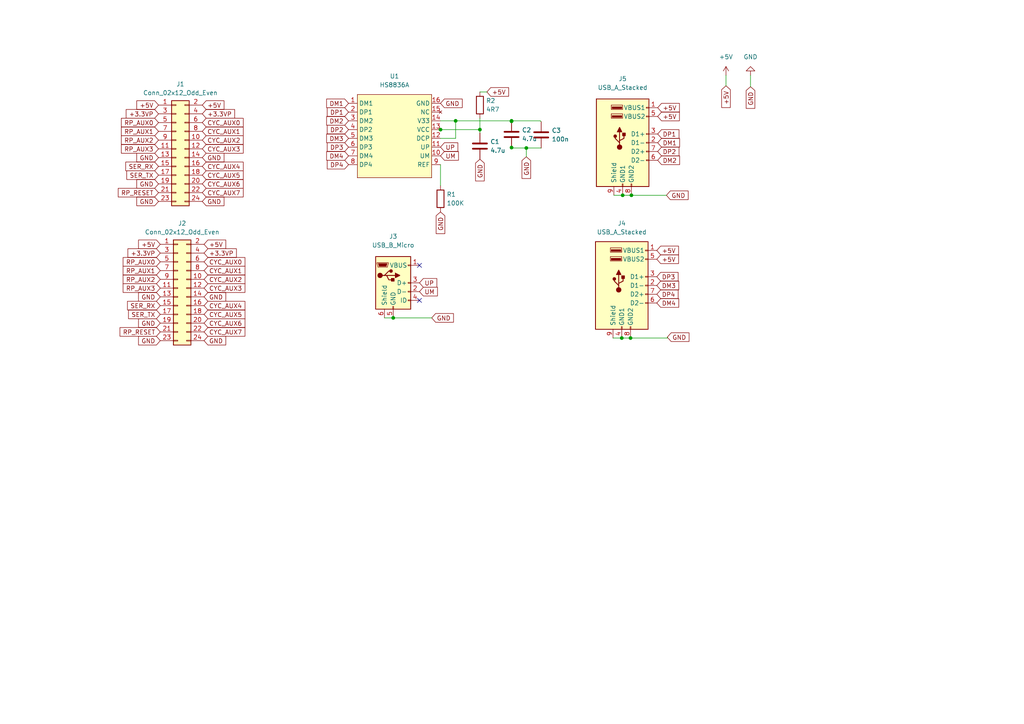
<source format=kicad_sch>
(kicad_sch (version 20211123) (generator eeschema)
  (paper "A4")
  (lib_symbols
    (symbol "Connector:USB_A_Stacked" (pin_names (offset 1.016))
      (property "Reference" "J" (at 0 15.875 0))
      (property "Value" "USB_A_Stacked" (at 0 13.97 0))
      (symbol "USB_A_Stacked_0_1"
        (rectangle (start -7.62 12.7) (end 7.62 -12.7) (stroke (width 0.254)) (fill (type background)))
        (circle (center -2.159 1.905) (radius 0.381) (stroke (width 0.254)) (fill (type outline)))
        (circle (center -0.889 -1.27) (radius 0.635) (stroke (width 0.254)) (fill (type outline)))
        (rectangle (start -0.254 7.366) (end -3.048 7.874) (fill (type outline)))
        (rectangle (start -0.254 9.906) (end -3.048 10.414) (fill (type outline)))
        (rectangle (start -0.127 -12.7) (end 0.127 -11.938))
        (polyline (pts (xy -1.524 3.175) (xy -0.254 3.175) (xy -0.889 4.445) (xy -1.524 3.175)) (stroke (width 0.254)) (fill (type outline)))
        (polyline (pts (xy -0.889 -0.635) (xy -0.889 0) (xy -2.159 1.27) (xy -2.159 1.905)) (stroke (width 0.254)))
        (polyline (pts (xy -0.889 0) (xy -0.889 0.635) (xy 0.381 1.27) (xy 0.381 2.54)) (stroke (width 0.254)))
        (rectangle (start 0 2.794) (end 0.762 2.032) (stroke (width 0.254)) (fill (type outline)))
        (rectangle (start 0 7.112) (end -3.302 8.382))
        (rectangle (start 0 9.652) (end -3.302 10.922))
        (rectangle (start 2.413 -12.7) (end 2.667 -11.938))
        (rectangle (start 7.62 -5.207) (end 6.858 -4.953))
        (rectangle (start 7.62 -2.667) (end 6.858 -2.413))
        (rectangle (start 7.62 -0.127) (end 6.858 0.127))
        (rectangle (start 7.62 2.413) (end 6.858 2.667))
        (rectangle (start 7.62 7.493) (end 6.858 7.747))
        (rectangle (start 7.62 10.033) (end 6.858 10.287))
      )
      (symbol "USB_A_Stacked_1_1"
        (polyline (pts (xy -0.889 0.635) (xy -0.889 3.175)) (stroke (width 0.254)))
        (pin power_in line (at 10.16 10.16 180) (length 2.54) (name "VBUS1") (number "1"))
        (pin bidirectional line (at 10.16 0 180) (length 2.54) (name "D1-") (number "2"))
        (pin bidirectional line (at 10.16 2.54 180) (length 2.54) (name "D1+") (number "3"))
        (pin power_in line (at 0 -15.24 90) (length 2.54) (name "GND1") (number "4"))
        (pin power_in line (at 10.16 7.62 180) (length 2.54) (name "VBUS2") (number "5"))
        (pin bidirectional line (at 10.16 -5.08 180) (length 2.54) (name "D2-") (number "6"))
        (pin bidirectional line (at 10.16 -2.54 180) (length 2.54) (name "D2+") (number "7"))
        (pin power_in line (at 2.54 -15.24 90) (length 2.54) (name "GND2") (number "8"))
        (pin passive line (at -2.54 -15.24 90) (length 2.54) (name "Shield") (number "9"))
      )
    )
    (symbol "Connector:USB_B_Micro" (pin_names (offset 1.016))
      (property "Reference" "J" (at -5.08 11.43 0))
      (property "Value" "USB_B_Micro" (at -5.08 8.89 0))
      (symbol "USB_B_Micro_0_1"
        (rectangle (start -5.08 -7.62) (end 5.08 7.62) (stroke (width 0.254)) (fill (type background)))
        (circle (center -3.81 2.159) (radius 0.635) (stroke (width 0.254)) (fill (type outline)))
        (circle (center -0.635 3.429) (radius 0.381) (stroke (width 0.254)) (fill (type outline)))
        (rectangle (start -0.127 -7.62) (end 0.127 -6.858))
        (polyline (pts (xy -1.905 2.159) (xy 0.635 2.159)) (stroke (width 0.254)))
        (polyline (pts (xy -3.175 2.159) (xy -2.54 2.159) (xy -1.27 3.429) (xy -0.635 3.429)) (stroke (width 0.254)))
        (polyline (pts (xy -2.54 2.159) (xy -1.905 2.159) (xy -1.27 0.889) (xy 0 0.889)) (stroke (width 0.254)))
        (polyline (pts (xy 0.635 2.794) (xy 0.635 1.524) (xy 1.905 2.159) (xy 0.635 2.794)) (stroke (width 0.254)) (fill (type outline)))
        (polyline (pts (xy -4.318 5.588) (xy -1.778 5.588) (xy -2.032 4.826) (xy -4.064 4.826) (xy -4.318 5.588)) (fill (type outline)))
        (polyline (pts (xy -4.699 5.842) (xy -4.699 5.588) (xy -4.445 4.826) (xy -4.445 4.572) (xy -1.651 4.572) (xy -1.651 4.826) (xy -1.397 5.588) (xy -1.397 5.842) (xy -4.699 5.842)))
        (rectangle (start 0.254 1.27) (end -0.508 0.508) (stroke (width 0.254)) (fill (type outline)))
        (rectangle (start 5.08 -5.207) (end 4.318 -4.953))
        (rectangle (start 5.08 -2.667) (end 4.318 -2.413))
        (rectangle (start 5.08 -0.127) (end 4.318 0.127))
        (rectangle (start 5.08 4.953) (end 4.318 5.207))
      )
      (symbol "USB_B_Micro_1_1"
        (pin power_out line (at 7.62 5.08 180) (length 2.54) (name "VBUS") (number "1"))
        (pin bidirectional line (at 7.62 -2.54 180) (length 2.54) (name "D-") (number "2"))
        (pin bidirectional line (at 7.62 0 180) (length 2.54) (name "D+") (number "3"))
        (pin passive line (at 7.62 -5.08 180) (length 2.54) (name "ID") (number "4"))
        (pin power_out line (at 0 -10.16 90) (length 2.54) (name "GND") (number "5"))
        (pin passive line (at -2.54 -10.16 90) (length 2.54) (name "Shield") (number "6"))
      )
    )
    (symbol "Connector_Generic:Conn_02x12_Odd_Even" (pin_names (offset 1.016) hide)
      (property "Reference" "J" (at 1.27 15.24 0))
      (property "Value" "Conn_02x12_Odd_Even" (at 1.27 -17.78 0))
      (symbol "Conn_02x12_Odd_Even_1_1"
        (rectangle (start -1.27 -15.113) (end 0 -15.367) (stroke (width 0.1524)))
        (rectangle (start -1.27 -12.573) (end 0 -12.827) (stroke (width 0.1524)))
        (rectangle (start -1.27 -10.033) (end 0 -10.287) (stroke (width 0.1524)))
        (rectangle (start -1.27 -7.493) (end 0 -7.747) (stroke (width 0.1524)))
        (rectangle (start -1.27 -4.953) (end 0 -5.207) (stroke (width 0.1524)))
        (rectangle (start -1.27 -2.413) (end 0 -2.667) (stroke (width 0.1524)))
        (rectangle (start -1.27 0.127) (end 0 -0.127) (stroke (width 0.1524)))
        (rectangle (start -1.27 2.667) (end 0 2.413) (stroke (width 0.1524)))
        (rectangle (start -1.27 5.207) (end 0 4.953) (stroke (width 0.1524)))
        (rectangle (start -1.27 7.747) (end 0 7.493) (stroke (width 0.1524)))
        (rectangle (start -1.27 10.287) (end 0 10.033) (stroke (width 0.1524)))
        (rectangle (start -1.27 12.827) (end 0 12.573) (stroke (width 0.1524)))
        (rectangle (start -1.27 13.97) (end 3.81 -16.51) (stroke (width 0.254)) (fill (type background)))
        (rectangle (start 3.81 -15.113) (end 2.54 -15.367) (stroke (width 0.1524)))
        (rectangle (start 3.81 -12.573) (end 2.54 -12.827) (stroke (width 0.1524)))
        (rectangle (start 3.81 -10.033) (end 2.54 -10.287) (stroke (width 0.1524)))
        (rectangle (start 3.81 -7.493) (end 2.54 -7.747) (stroke (width 0.1524)))
        (rectangle (start 3.81 -4.953) (end 2.54 -5.207) (stroke (width 0.1524)))
        (rectangle (start 3.81 -2.413) (end 2.54 -2.667) (stroke (width 0.1524)))
        (rectangle (start 3.81 0.127) (end 2.54 -0.127) (stroke (width 0.1524)))
        (rectangle (start 3.81 2.667) (end 2.54 2.413) (stroke (width 0.1524)))
        (rectangle (start 3.81 5.207) (end 2.54 4.953) (stroke (width 0.1524)))
        (rectangle (start 3.81 7.747) (end 2.54 7.493) (stroke (width 0.1524)))
        (rectangle (start 3.81 10.287) (end 2.54 10.033) (stroke (width 0.1524)))
        (rectangle (start 3.81 12.827) (end 2.54 12.573) (stroke (width 0.1524)))
        (pin passive line (at -5.08 12.7 0) (length 3.81) (name "Pin_1") (number "1"))
        (pin passive line (at 7.62 2.54 180) (length 3.81) (name "Pin_10") (number "10"))
        (pin passive line (at -5.08 0 0) (length 3.81) (name "Pin_11") (number "11"))
        (pin passive line (at 7.62 0 180) (length 3.81) (name "Pin_12") (number "12"))
        (pin passive line (at -5.08 -2.54 0) (length 3.81) (name "Pin_13") (number "13"))
        (pin passive line (at 7.62 -2.54 180) (length 3.81) (name "Pin_14") (number "14"))
        (pin passive line (at -5.08 -5.08 0) (length 3.81) (name "Pin_15") (number "15"))
        (pin passive line (at 7.62 -5.08 180) (length 3.81) (name "Pin_16") (number "16"))
        (pin passive line (at -5.08 -7.62 0) (length 3.81) (name "Pin_17") (number "17"))
        (pin passive line (at 7.62 -7.62 180) (length 3.81) (name "Pin_18") (number "18"))
        (pin passive line (at -5.08 -10.16 0) (length 3.81) (name "Pin_19") (number "19"))
        (pin passive line (at 7.62 12.7 180) (length 3.81) (name "Pin_2") (number "2"))
        (pin passive line (at 7.62 -10.16 180) (length 3.81) (name "Pin_20") (number "20"))
        (pin passive line (at -5.08 -12.7 0) (length 3.81) (name "Pin_21") (number "21"))
        (pin passive line (at 7.62 -12.7 180) (length 3.81) (name "Pin_22") (number "22"))
        (pin passive line (at -5.08 -15.24 0) (length 3.81) (name "Pin_23") (number "23"))
        (pin passive line (at 7.62 -15.24 180) (length 3.81) (name "Pin_24") (number "24"))
        (pin passive line (at -5.08 10.16 0) (length 3.81) (name "Pin_3") (number "3"))
        (pin passive line (at 7.62 10.16 180) (length 3.81) (name "Pin_4") (number "4"))
        (pin passive line (at -5.08 7.62 0) (length 3.81) (name "Pin_5") (number "5"))
        (pin passive line (at 7.62 7.62 180) (length 3.81) (name "Pin_6") (number "6"))
        (pin passive line (at -5.08 5.08 0) (length 3.81) (name "Pin_7") (number "7"))
        (pin passive line (at 7.62 5.08 180) (length 3.81) (name "Pin_8") (number "8"))
        (pin passive line (at -5.08 2.54 0) (length 3.81) (name "Pin_9") (number "9"))
      )
    )
    (symbol "Device:C" (pin_numbers hide) (pin_names (offset 0.254))
      (property "Reference" "C" (at 0.635 2.54 0))
      (property "Value" "C" (at 0.635 -2.54 0))
      (symbol "C_0_1"
        (polyline (pts (xy -2.032 -0.762) (xy 2.032 -0.762)) (stroke (width 0.508)))
        (polyline (pts (xy -2.032 0.762) (xy 2.032 0.762)) (stroke (width 0.508)))
      )
      (symbol "C_1_1"
        (pin passive line (at 0 3.81 270) (length 2.794) (name "~") (number "1"))
        (pin passive line (at 0 -3.81 90) (length 2.794) (name "~") (number "2"))
      )
    )
    (symbol "Device:R" (pin_numbers hide) (pin_names (offset 0))
      (property "Reference" "R" (at 2.032 0 90))
      (property "Value" "R" (at 0 0 90))
      (symbol "R_0_1"
        (rectangle (start -1.016 -2.54) (end 1.016 2.54) (stroke (width 0.254)))
      )
      (symbol "R_1_1"
        (pin passive line (at 0 3.81 270) (length 1.27) (name "~") (number "1"))
        (pin passive line (at 0 -3.81 90) (length 1.27) (name "~") (number "2"))
      )
    )
    (symbol "hs8836a:HS8836A"
      (property "Reference" "U" (at 0 0 0))
      (property "Value" "HS8836A" (at 0 3.81 0))
      (symbol "HS8836A_0_1"
        (rectangle (start -11.43 10.16) (end 10.16 -13.97) (fill (type background)))
      )
      (symbol "HS8836A_1_1"
        (pin bidirectional line (at -13.97 7.62 0) (length 2.54) (name "DM1") (number "1"))
        (pin bidirectional line (at 12.7 -7.62 180) (length 2.54) (name "UM") (number "10"))
        (pin bidirectional line (at 12.7 -5.08 180) (length 2.54) (name "UP") (number "11"))
        (pin passive line (at 12.7 -2.54 180) (length 2.54) (name "DCP") (number "12"))
        (pin power_in line (at 12.7 0 180) (length 2.54) (name "VCC") (number "13"))
        (pin power_in line (at 12.7 2.54 180) (length 2.54) (name "V33") (number "14"))
        (pin no_connect line (at 12.7 5.08 180) (length 2.54) (name "NC") (number "15"))
        (pin power_in line (at 12.7 7.62 180) (length 2.54) (name "GND") (number "16"))
        (pin bidirectional line (at -13.97 5.08 0) (length 2.54) (name "DP1") (number "2"))
        (pin bidirectional line (at -13.97 2.54 0) (length 2.54) (name "DM2") (number "3"))
        (pin bidirectional line (at -13.97 0 0) (length 2.54) (name "DP2") (number "4"))
        (pin bidirectional line (at -13.97 -2.54 0) (length 2.54) (name "DM3") (number "5"))
        (pin bidirectional line (at -13.97 -5.08 0) (length 2.54) (name "DP3") (number "6"))
        (pin bidirectional line (at -13.97 -7.62 0) (length 2.54) (name "DM4") (number "7"))
        (pin bidirectional line (at -13.97 -10.16 0) (length 2.54) (name "DP4") (number "8"))
        (pin passive line (at 12.7 -10.16 180) (length 2.54) (name "REF") (number "9"))
      )
    )
    (symbol "power:+5V" (power) (pin_names (offset 0))
      (property "Value" "+5V" (at 0 3.556 0))
      (symbol "+5V_0_1"
        (polyline (pts (xy -0.762 1.27) (xy 0 2.54)))
        (polyline (pts (xy 0 0) (xy 0 2.54)))
        (polyline (pts (xy 0 2.54) (xy 0.762 1.27)))
      )
      (symbol "+5V_1_1"
        (pin power_in line (at 0 0 90) (length 0) hide (name "+5V") (number "1"))
      )
    )
    (symbol "power:GND" (power) (pin_names (offset 0))
      (property "Value" "GND" (at 0 -3.81 0))
      (symbol "GND_0_1"
        (polyline (pts (xy 0 0) (xy 0 -1.27) (xy 1.27 -1.27) (xy 0 -2.54) (xy -1.27 -1.27) (xy 0 -1.27)))
      )
      (symbol "GND_1_1"
        (pin power_in line (at 0 0 270) (length 0) hide (name "GND") (number "1"))
      )
    )
  )
  (junction (at 180.34 98.044))
  (junction (at 114.046 92.202))
  (junction (at 180.594 56.642))
  (junction (at 182.88 98.044))
  (junction (at 139.192 37.592))
  (junction (at 148.37 35.052))
  (junction (at 132.1545 35.052))
  (junction (at 148.37 35.1804))
  (junction (at 127.762 37.592))
  (junction (at 183.134 56.642))
  (junction (at 152.654 42.926))
  (junction (at 148.37 42.8004))
  (no_connect (at 121.666 76.962))
  (no_connect (at 121.666 87.122))
  (wire (pts (xy 139.192 34.29) (xy 139.192 37.592)))
  (wire (pts (xy 132.1545 40.132) (xy 132.1545 35.052)))
  (wire (pts (xy 127.762 35.052) (xy 132.1545 35.052)))
  (wire (pts (xy 156.972 42.926) (xy 152.654 42.926)))
  (wire (pts (xy 182.88 98.044) (xy 193.548 98.044)))
  (wire (pts (xy 183.134 56.642) (xy 193.294 56.642)))
  (wire (pts (xy 178.054 56.642) (xy 180.594 56.642)))
  (wire (pts (xy 193.548 98.044) (xy 193.548 97.79)))
  (wire (pts (xy 177.8 98.044) (xy 180.34 98.044)))
  (wire (pts (xy 127.762 47.752) (xy 127.762 53.848)))
  (wire (pts (xy 210.566 21.844) (xy 210.566 24.892)))
  (wire (pts (xy 152.654 42.926) (xy 148.37 42.926)))
  (wire (pts (xy 152.654 42.926) (xy 152.654 45.466)))
  (wire (pts (xy 111.506 92.202) (xy 114.046 92.202)))
  (wire (pts (xy 180.594 56.642) (xy 183.134 56.642)))
  (wire (pts (xy 156.718 35.052) (xy 156.972 35.306)))
  (wire (pts (xy 148.37 42.926) (xy 148.37 42.8004)))
  (wire (pts (xy 132.1545 35.052) (xy 148.37 35.052)))
  (wire (pts (xy 148.37 35.052) (xy 156.718 35.052)))
  (wire (pts (xy 180.34 98.044) (xy 182.88 98.044)))
  (wire (pts (xy 114.046 92.202) (xy 125.222 92.202)))
  (wire (pts (xy 127.762 37.592) (xy 139.192 37.592)))
  (wire (pts (xy 139.192 37.592) (xy 139.192 38.5666)))
  (wire (pts (xy 127.762 40.132) (xy 132.1545 40.132)))
  (wire (pts (xy 217.678 21.844) (xy 217.678 25.146)))
  (wire (pts (xy 139.192 26.67) (xy 141.224 26.67)))
  (wire (pts (xy 127.6551 37.592) (xy 127.762 37.592)))
  (wire (pts (xy 148.37 35.052) (xy 148.37 35.1804)))
  (global_label "DP3" (shape input) (at 190.5 80.264 0) (property "Intersheet References" "${INTERSHEET_REFS}" (effects hide)))
  (global_label "RP_AUX0" (shape input) (at 46.482 75.946 180) (property "Intersheet References" "${INTERSHEET_REFS}" (effects hide)))
  (global_label "GND" (shape input) (at 127.762 61.468 270) (property "Intersheet References" "${INTERSHEET_REFS}" (effects hide)))
  (global_label "SER_TX" (shape input) (at 46.482 91.186 180) (property "Intersheet References" "${INTERSHEET_REFS}" (effects hide)))
  (global_label "RP_RESET" (shape input) (at 46.482 96.266 180) (property "Intersheet References" "${INTERSHEET_REFS}" (effects hide)))
  (global_label "+3.3VP" (shape input) (at 58.674 33.02 0) (property "Intersheet References" "${INTERSHEET_REFS}" (effects hide)))
  (global_label "DM1" (shape input) (at 190.754 41.402 0) (property "Intersheet References" "${INTERSHEET_REFS}" (effects hide)))
  (global_label "CYC_AUX6" (shape input) (at 58.674 53.34 0) (property "Intersheet References" "${INTERSHEET_REFS}" (effects hide)))
  (global_label "+5V" (shape input) (at 190.754 31.242 0) (property "Intersheet References" "${INTERSHEET_REFS}" (effects hide)))
  (global_label "CYC_AUX5" (shape input) (at 58.674 50.8 0) (property "Intersheet References" "${INTERSHEET_REFS}" (effects hide)))
  (global_label "DP1" (shape input) (at 190.754 38.862 0) (property "Intersheet References" "${INTERSHEET_REFS}" (effects hide)))
  (global_label "GND" (shape input) (at 59.182 86.106 0) (property "Intersheet References" "${INTERSHEET_REFS}" (effects hide)))
  (global_label "+5V" (shape input) (at 141.224 26.67 0) (property "Intersheet References" "${INTERSHEET_REFS}" (effects hide)))
  (global_label "CYC_AUX7" (shape input) (at 58.674 55.88 0) (property "Intersheet References" "${INTERSHEET_REFS}" (effects hide)))
  (global_label "CYC_AUX6" (shape input) (at 59.182 93.726 0) (property "Intersheet References" "${INTERSHEET_REFS}" (effects hide)))
  (global_label "GND" (shape input) (at 46.482 86.106 180) (property "Intersheet References" "${INTERSHEET_REFS}" (effects hide)))
  (global_label "CYC_AUX3" (shape input) (at 59.182 83.566 0) (property "Intersheet References" "${INTERSHEET_REFS}" (effects hide)))
  (global_label "SER_RX" (shape input) (at 45.974 48.26 180) (property "Intersheet References" "${INTERSHEET_REFS}" (effects hide)))
  (global_label "RP_AUX1" (shape input) (at 45.974 38.1 180) (property "Intersheet References" "${INTERSHEET_REFS}" (effects hide)))
  (global_label "DM2" (shape input) (at 101.092 35.052 180) (property "Intersheet References" "${INTERSHEET_REFS}" (effects hide)))
  (global_label "RP_AUX1" (shape input) (at 46.482 78.486 180) (property "Intersheet References" "${INTERSHEET_REFS}" (effects hide)))
  (global_label "CYC_AUX3" (shape input) (at 58.674 43.18 0) (property "Intersheet References" "${INTERSHEET_REFS}" (effects hide)))
  (global_label "+3.3VP" (shape input) (at 45.974 33.02 180) (property "Intersheet References" "${INTERSHEET_REFS}" (effects hide)))
  (global_label "RP_AUX0" (shape input) (at 45.974 35.56 180) (property "Intersheet References" "${INTERSHEET_REFS}" (effects hide)))
  (global_label "+5V" (shape input) (at 46.482 70.866 180) (property "Intersheet References" "${INTERSHEET_REFS}" (effects hide)))
  (global_label "CYC_AUX4" (shape input) (at 59.182 88.646 0) (property "Intersheet References" "${INTERSHEET_REFS}" (effects hide)))
  (global_label "DM4" (shape input) (at 190.5 87.884 0) (property "Intersheet References" "${INTERSHEET_REFS}" (effects hide)))
  (global_label "GND" (shape input) (at 58.674 45.72 0) (property "Intersheet References" "${INTERSHEET_REFS}" (effects hide)))
  (global_label "SER_TX" (shape input) (at 45.974 50.8 180) (property "Intersheet References" "${INTERSHEET_REFS}" (effects hide)))
  (global_label "GND" (shape input) (at 59.182 98.806 0) (property "Intersheet References" "${INTERSHEET_REFS}" (effects hide)))
  (global_label "+5V" (shape input) (at 190.754 33.782 0) (property "Intersheet References" "${INTERSHEET_REFS}" (effects hide)))
  (global_label "UM" (shape input) (at 127.762 45.212 0) (property "Intersheet References" "${INTERSHEET_REFS}" (effects hide)))
  (global_label "CYC_AUX7" (shape input) (at 59.182 96.266 0) (property "Intersheet References" "${INTERSHEET_REFS}" (effects hide)))
  (global_label "GND" (shape input) (at 152.654 45.466 270) (property "Intersheet References" "${INTERSHEET_REFS}" (effects hide)))
  (global_label "GND" (shape input) (at 125.222 92.202 0) (property "Intersheet References" "${INTERSHEET_REFS}" (effects hide)))
  (global_label "GND" (shape input) (at 127.762 29.972 0) (property "Intersheet References" "${INTERSHEET_REFS}" (effects hide)))
  (global_label "DM1" (shape input) (at 101.092 29.972 180) (property "Intersheet References" "${INTERSHEET_REFS}" (effects hide)))
  (global_label "UP" (shape input) (at 127.762 42.672 0) (property "Intersheet References" "${INTERSHEET_REFS}" (effects hide)))
  (global_label "DP3" (shape input) (at 101.092 42.672 180) (property "Intersheet References" "${INTERSHEET_REFS}" (effects hide)))
  (global_label "CYC_AUX4" (shape input) (at 58.674 48.26 0) (property "Intersheet References" "${INTERSHEET_REFS}" (effects hide)))
  (global_label "CYC_AUX5" (shape input) (at 59.182 91.186 0) (property "Intersheet References" "${INTERSHEET_REFS}" (effects hide)))
  (global_label "CYC_AUX2" (shape input) (at 58.674 40.64 0) (property "Intersheet References" "${INTERSHEET_REFS}" (effects hide)))
  (global_label "GND" (shape input) (at 217.678 25.146 270) (property "Intersheet References" "${INTERSHEET_REFS}" (effects hide)))
  (global_label "+5V" (shape input) (at 210.566 24.892 270) (property "Intersheet References" "${INTERSHEET_REFS}" (effects hide)))
  (global_label "DM3" (shape input) (at 190.5 82.804 0) (property "Intersheet References" "${INTERSHEET_REFS}" (effects hide)))
  (global_label "DP2" (shape input) (at 190.754 43.942 0) (property "Intersheet References" "${INTERSHEET_REFS}" (effects hide)))
  (global_label "CYC_AUX0" (shape input) (at 59.182 75.946 0) (property "Intersheet References" "${INTERSHEET_REFS}" (effects hide)))
  (global_label "GND" (shape input) (at 45.974 53.34 180) (property "Intersheet References" "${INTERSHEET_REFS}" (effects hide)))
  (global_label "+5V" (shape input) (at 45.974 30.48 180) (property "Intersheet References" "${INTERSHEET_REFS}" (effects hide)))
  (global_label "UM" (shape input) (at 121.666 84.582 0) (property "Intersheet References" "${INTERSHEET_REFS}" (effects hide)))
  (global_label "RP_AUX2" (shape input) (at 46.482 81.026 180) (property "Intersheet References" "${INTERSHEET_REFS}" (effects hide)))
  (global_label "RP_AUX3" (shape input) (at 45.974 43.18 180) (property "Intersheet References" "${INTERSHEET_REFS}" (effects hide)))
  (global_label "UP" (shape input) (at 121.666 82.042 0) (property "Intersheet References" "${INTERSHEET_REFS}" (effects hide)))
  (global_label "+3.3VP" (shape input) (at 59.182 73.406 0) (property "Intersheet References" "${INTERSHEET_REFS}" (effects hide)))
  (global_label "+5V" (shape input) (at 59.182 70.866 0) (property "Intersheet References" "${INTERSHEET_REFS}" (effects hide)))
  (global_label "GND" (shape input) (at 46.482 93.726 180) (property "Intersheet References" "${INTERSHEET_REFS}" (effects hide)))
  (global_label "DM4" (shape input) (at 101.092 45.212 180) (property "Intersheet References" "${INTERSHEET_REFS}" (effects hide)))
  (global_label "RP_RESET" (shape input) (at 45.974 55.88 180) (property "Intersheet References" "${INTERSHEET_REFS}" (effects hide)))
  (global_label "GND" (shape input) (at 45.974 45.72 180) (property "Intersheet References" "${INTERSHEET_REFS}" (effects hide)))
  (global_label "DP4" (shape input) (at 101.092 47.752 180) (property "Intersheet References" "${INTERSHEET_REFS}" (effects hide)))
  (global_label "+5V" (shape input) (at 190.5 75.184 0) (property "Intersheet References" "${INTERSHEET_REFS}" (effects hide)))
  (global_label "RP_AUX2" (shape input) (at 45.974 40.64 180) (property "Intersheet References" "${INTERSHEET_REFS}" (effects hide)))
  (global_label "DP4" (shape input) (at 190.5 85.344 0) (property "Intersheet References" "${INTERSHEET_REFS}" (effects hide)))
  (global_label "DM3" (shape input) (at 101.092 40.132 180) (property "Intersheet References" "${INTERSHEET_REFS}" (effects hide)))
  (global_label "CYC_AUX1" (shape input) (at 59.182 78.486 0) (property "Intersheet References" "${INTERSHEET_REFS}" (effects hide)))
  (global_label "+5V" (shape input) (at 190.5 72.644 0) (property "Intersheet References" "${INTERSHEET_REFS}" (effects hide)))
  (global_label "CYC_AUX0" (shape input) (at 58.674 35.56 0) (property "Intersheet References" "${INTERSHEET_REFS}" (effects hide)))
  (global_label "DM2" (shape input) (at 190.754 46.482 0) (property "Intersheet References" "${INTERSHEET_REFS}" (effects hide)))
  (global_label "DP2" (shape input) (at 101.092 37.592 180) (property "Intersheet References" "${INTERSHEET_REFS}" (effects hide)))
  (global_label "SER_RX" (shape input) (at 46.482 88.646 180) (property "Intersheet References" "${INTERSHEET_REFS}" (effects hide)))
  (global_label "GND" (shape input) (at 193.548 97.79 0) (property "Intersheet References" "${INTERSHEET_REFS}" (effects hide)))
  (global_label "CYC_AUX1" (shape input) (at 58.674 38.1 0) (property "Intersheet References" "${INTERSHEET_REFS}" (effects hide)))
  (global_label "GND" (shape input) (at 139.192 46.1866 270) (property "Intersheet References" "${INTERSHEET_REFS}" (effects hide)))
  (global_label "+5V" (shape input) (at 58.674 30.48 0) (property "Intersheet References" "${INTERSHEET_REFS}" (effects hide)))
  (global_label "RP_AUX3" (shape input) (at 46.482 83.566 180) (property "Intersheet References" "${INTERSHEET_REFS}" (effects hide)))
  (global_label "DP1" (shape input) (at 101.092 32.512 180) (property "Intersheet References" "${INTERSHEET_REFS}" (effects hide)))
  (global_label "GND" (shape input) (at 193.294 56.642 0) (property "Intersheet References" "${INTERSHEET_REFS}" (effects hide)))
  (global_label "GND" (shape input) (at 58.674 58.42 0) (property "Intersheet References" "${INTERSHEET_REFS}" (effects hide)))
  (global_label "GND" (shape input) (at 46.482 98.806 180) (property "Intersheet References" "${INTERSHEET_REFS}" (effects hide)))
  (global_label "+3.3VP" (shape input) (at 46.482 73.406 180) (property "Intersheet References" "${INTERSHEET_REFS}" (effects hide)))
  (global_label "GND" (shape input) (at 45.974 58.42 180) (property "Intersheet References" "${INTERSHEET_REFS}" (effects hide)))
  (global_label "CYC_AUX2" (shape input) (at 59.182 81.026 0) (property "Intersheet References" "${INTERSHEET_REFS}" (effects hide)))
  (symbol (lib_id "Device:C") (at 148.37 38.9904 0) (unit 1)
    (property "Reference" "C2" (at 151.3826 37.7203 0) (effects (justify left)))
    (property "Value" "4.7u" (at 151.3826 40.2603 0) (effects (justify left)))
    (property "Footprint" "Capacitor_SMD:C_1206_3216Metric_Pad1.33x1.80mm_HandSolder" (effects hide))
  )
  (symbol (lib_id "Device:C") (at 156.972 39.116 0) (unit 1)
    (property "Reference" "C3" (at 160.02 37.8459 0) (effects (justify left)))
    (property "Value" "100n" (at 160.02 40.3859 0) (effects (justify left)))
    (property "Footprint" "Capacitor_SMD:C_1206_3216Metric_Pad1.33x1.80mm_HandSolder" (effects hide))
  )
  (symbol (lib_id "Connector:USB_A_Stacked") (at 180.34 82.804 0) (unit 1)
    (property "Reference" "J4" (at 180.34 64.77 0))
    (property "Value" "USB_A_Stacked" (at 180.34 67.31 0))
    (property "Footprint" "Connector_USB:USB_A_Wuerth_61400826021_Horizontal_Stacked" (effects hide))
    (property "Datasheet" " ~" (effects hide))
  )
  (symbol (lib_id "Device:R") (at 139.192 30.48 0) (unit 1)
    (property "Reference" "R2" (at 140.97 29.2099 0) (effects (justify left)))
    (property "Value" "4R7" (at 140.97 31.7499 0) (effects (justify left)))
    (property "Footprint" "Resistor_SMD:R_1206_3216Metric_Pad1.30x1.75mm_HandSolder" (effects hide))
  )
  (symbol (lib_id "Connector_Generic:Conn_02x12_Odd_Even") (at 51.054 43.18 0) (unit 1)
    (property "Reference" "J1" (at 52.324 24.3927 0))
    (property "Value" "Conn_02x12_Odd_Even" (at 52.324 26.9327 0))
    (property "Footprint" "Connector_PinSocket_2.54mm:PinSocket_2x12_P2.54mm_Vertical" (effects hide))
  )
  (symbol (lib_id "Device:C") (at 139.192 42.3766 0) (unit 1)
    (property "Reference" "C1" (at 142.2046 41.1065 0) (effects (justify left)))
    (property "Value" "4.7u" (at 142.2046 43.6465 0) (effects (justify left)))
    (property "Footprint" "Capacitor_SMD:C_1206_3216Metric_Pad1.33x1.80mm_HandSolder" (effects hide))
  )
  (symbol (lib_id "Device:R") (at 127.762 57.658 0) (unit 1)
    (property "Reference" "R1" (at 129.54 56.3879 0) (effects (justify left)))
    (property "Value" "100K" (at 129.54 58.9279 0) (effects (justify left)))
    (property "Footprint" "Resistor_SMD:R_1206_3216Metric_Pad1.30x1.75mm_HandSolder" (effects hide))
  )
  (symbol (lib_id "hs8836a:HS8836A") (at 115.062 37.592 0) (unit 1)
    (property "Reference" "U1" (at 114.427 22.098 0))
    (property "Value" "HS8836A" (at 114.427 24.638 0))
    (property "Footprint" "Package_SO:SOP-16_3.9x9.9mm_P1.27mm" (effects hide))
  )
  (symbol (lib_id "Connector:USB_A_Stacked") (at 180.594 41.402 0) (unit 1)
    (property "Reference" "J5" (at 180.594 22.86 0))
    (property "Value" "USB_A_Stacked" (at 180.594 25.4 0))
    (property "Footprint" "Connector_USB:USB_A_Wuerth_61400826021_Horizontal_Stacked" (effects hide))
    (property "Datasheet" " ~" (effects hide))
  )
  (symbol (lib_id "power:GND") (at 217.678 21.844 180) (unit 1)
    (property "Reference" "#PWR0102" (effects hide))
    (property "Value" "GND" (at 217.678 16.51 0))
  )
  (symbol (lib_id "Connector_Generic:Conn_02x12_Odd_Even") (at 51.562 83.566 0) (unit 1)
    (property "Reference" "J2" (at 52.832 64.7787 0))
    (property "Value" "Conn_02x12_Odd_Even" (at 52.832 67.3187 0))
    (property "Footprint" "Connector_PinHeader_2.54mm:PinHeader_2x12_P2.54mm_Vertical" (effects hide))
  )
  (symbol (lib_id "power:+5V") (at 210.566 21.844 0) (unit 1)
    (property "Reference" "#PWR0101" (effects hide))
    (property "Value" "+5V" (at 210.566 16.51 0))
  )
  (symbol (lib_id "Connector:USB_B_Micro") (at 114.046 82.042 0) (unit 1)
    (property "Reference" "J3" (at 114.046 68.58 0))
    (property "Value" "USB_B_Micro" (at 114.046 71.12 0))
    (property "Footprint" "Connector_USB:USB_Micro-B_Molex-105017-0001" (effects hide))
  )
)
</source>
